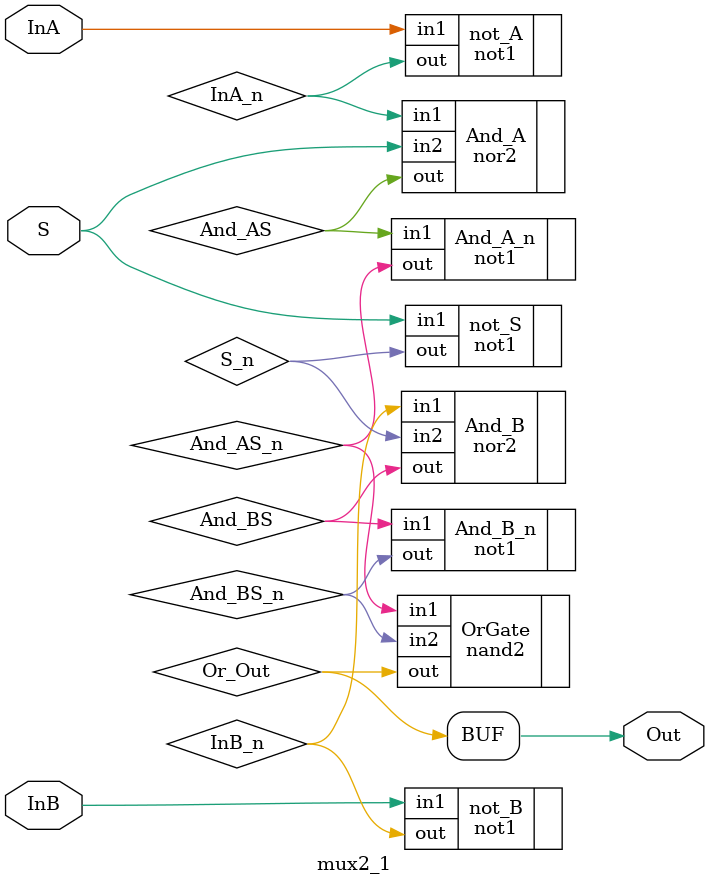
<source format=v>
/*
    CS/ECE 552 Spring '19
    Homework #3, Problem 1

    2-1 mux template
*/
module mux2_1(InA, InB, S, Out);
    input   InA, InB;
    input   S;
    output  Out;

    // YOUR CODE HERE
not1	not_A (.in1(InA), .out(InA_n));
not1	not_B (.in1(InB), .out(InB_n));
not1	not_S (.in1(S), .out(S_n));

nor2 And_A (.in1(InA_n), .in2(S), .out(And_AS));
nor2 And_B (.in1(InB_n), .in2(S_n), .out(And_BS));

not1	And_A_n (.in1(And_AS), .out(And_AS_n));
not1	And_B_n (.in1(And_BS), .out(And_BS_n));

nand2	OrGate (.in1(And_AS_n), .in2(And_BS_n), .out(Or_Out));

assign Out = Or_Out;

endmodule

</source>
